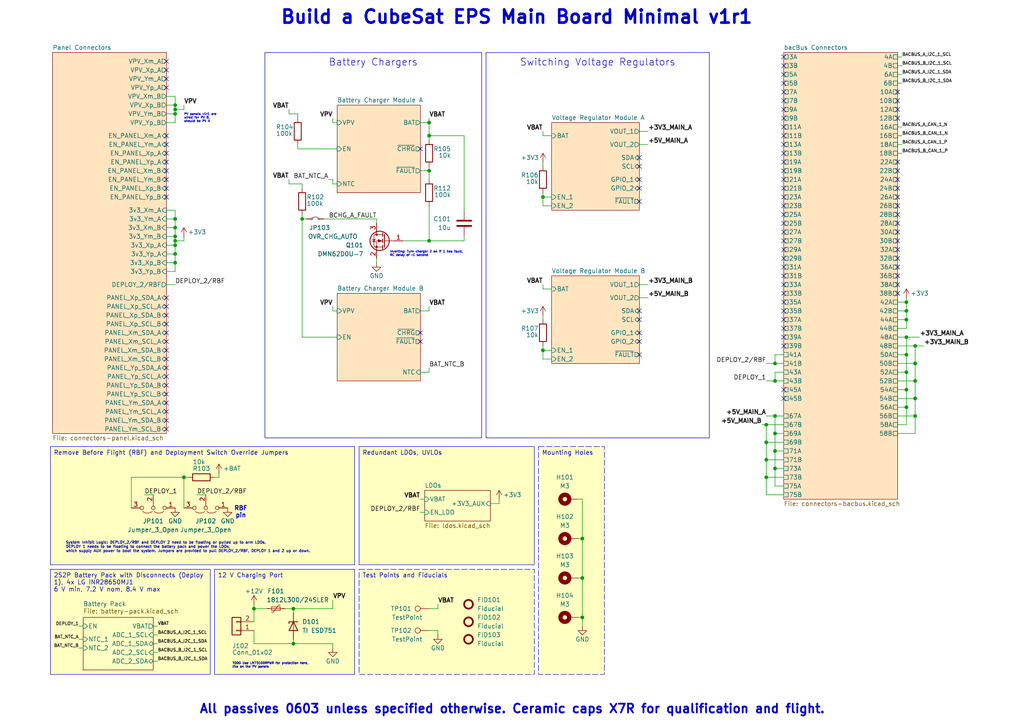
<source format=kicad_sch>
(kicad_sch (version 20231120) (generator "eeschema") (generator_version "8.0")
  (paper "A4")
  (title_block (title "bac EPS Main Board Minimal v1") (date "2025-02-25") (rev "1") (company "Build a CubeSat") (comment 1 "Manuel Imboden") (comment 2 "CC BY-SA 4.0") (comment 3 "https://buildacubesat.space"))
  (lib_symbols
    (symbol "Connector:TestPoint" (pin_numbers hide) (pin_names (offset 0.762) hide)
      (property "Reference" "TP" (at 0 6.858 0))
      (property "Value" "TestPoint" (at 0 5.08 0))
      (symbol "TestPoint_0_1"
        (circle (center 0 3.302) (radius 0.762))
      )
      (symbol "TestPoint_1_1"
        (pin passive line (at 0 0 90) (length 2.54) (name "1") (number "1"))
      )
    )
    (symbol "Connector_Generic:Conn_01x02" (pin_names (offset 1.016) hide)
      (property "Reference" "J" (at 0 2.54 0))
      (property "Value" "Conn_01x02" (at 0 -5.08 0))
      (symbol "Conn_01x02_1_1"
        (rectangle (start -1.27 -2.413) (end 0 -2.667) (stroke (width 0.1524)))
        (rectangle (start -1.27 0.127) (end 0 -0.127) (stroke (width 0.1524)))
        (rectangle (start -1.27 1.27) (end 1.27 -3.81) (stroke (width 0.254)) (fill (type background)))
        (pin passive line (at -5.08 0 0) (length 3.81) (name "Pin_1") (number "1"))
        (pin passive line (at -5.08 -2.54 0) (length 3.81) (name "Pin_2") (number "2"))
      )
    )
    (symbol "Device:C" (pin_numbers hide) (pin_names (offset 0.254))
      (property "Reference" "C" (at 0.635 2.54 0))
      (property "Value" "C" (at 0.635 -2.54 0))
      (symbol "C_0_1"
        (polyline (pts (xy -2.032 -0.762) (xy 2.032 -0.762)) (stroke (width 0.508)))
        (polyline (pts (xy -2.032 0.762) (xy 2.032 0.762)) (stroke (width 0.508)))
      )
      (symbol "C_1_1"
        (pin passive line (at 0 3.81 270) (length 2.794) (name "~") (number "1"))
        (pin passive line (at 0 -3.81 90) (length 2.794) (name "~") (number "2"))
      )
    )
    (symbol "Device:Polyfuse_Small" (pin_numbers hide) (pin_names (offset 0))
      (property "Reference" "F" (at -1.905 0 90))
      (property "Value" "Polyfuse_Small" (at 1.905 0 90))
      (symbol "Polyfuse_Small_0_1"
        (rectangle (start -0.508 1.27) (end 0.508 -1.27))
        (polyline (pts (xy 0 2.54) (xy 0 -2.54)))
        (polyline (pts (xy -1.016 1.27) (xy -1.016 0.762) (xy 1.016 -0.762) (xy 1.016 -1.27)))
      )
      (symbol "Polyfuse_Small_1_1"
        (pin passive line (at 0 2.54 270) (length 0.635) (name "~") (number "1"))
        (pin passive line (at 0 -2.54 90) (length 0.635) (name "~") (number "2"))
      )
    )
    (symbol "Device:R" (pin_numbers hide) (pin_names (offset 0))
      (property "Reference" "R" (at 2.032 0 90))
      (property "Value" "R" (at 0 0 90))
      (symbol "R_0_1"
        (rectangle (start -1.016 -2.54) (end 1.016 2.54) (stroke (width 0.254)))
      )
      (symbol "R_1_1"
        (pin passive line (at 0 3.81 270) (length 1.27) (name "~") (number "1"))
        (pin passive line (at 0 -3.81 90) (length 1.27) (name "~") (number "2"))
      )
    )
    (symbol "Jumper:Jumper_2_Small_Bridged" (pin_numbers hide) (pin_names (offset 0) hide) (exclude_from_sim yes)
      (property "Reference" "JP" (at 0 2.032 0))
      (property "Value" "Jumper_2_Small_Bridged" (at 0 -2.286 0))
      (symbol "Jumper_2_Small_Bridged_0_0"
        (circle (center -1.016 0) (radius 0.254))
        (circle (center 1.016 0) (radius 0.254))
      )
      (symbol "Jumper_2_Small_Bridged_0_1"
        (arc (start 0.762 0.254) (mid 0 0.5696) (end -0.762 0.254))
      )
      (symbol "Jumper_2_Small_Bridged_1_1"
        (pin passive line (at -2.54 0 0) (length 1.27) (name "A") (number "1"))
        (pin passive line (at 2.54 0 180) (length 1.27) (name "B") (number "2"))
      )
    )
    (symbol "Jumper:Jumper_3_Open" (pin_names (offset 0) hide) (exclude_from_sim yes) (in_bom no)
      (property "Reference" "JP" (at -2.54 -2.54 0))
      (property "Value" "Jumper_3_Open" (at 0 2.794 0))
      (symbol "Jumper_3_Open_0_0"
        (circle (center -3.302 0) (radius 0.508))
        (circle (center 0 0) (radius 0.508))
        (circle (center 3.302 0) (radius 0.508))
      )
      (symbol "Jumper_3_Open_0_1"
        (arc (start -0.254 1.016) (mid -1.651 1.4992) (end -3.048 1.016))
        (polyline (pts (xy 0 -0.508) (xy 0 -1.27)))
        (arc (start 3.048 1.016) (mid 1.651 1.4992) (end 0.254 1.016))
      )
      (symbol "Jumper_3_Open_1_1"
        (pin passive line (at -6.35 0 0) (length 2.54) (name "A") (number "1"))
        (pin passive line (at 0 -3.81 90) (length 2.54) (name "C") (number "2"))
        (pin passive line (at 6.35 0 180) (length 2.54) (name "B") (number "3"))
      )
    )
    (symbol "Mechanical:Fiducial" (exclude_from_sim yes) (in_bom no)
      (property "Reference" "FID" (at 0 5.08 0))
      (property "Value" "Fiducial" (at 0 3.175 0))
      (symbol "Fiducial_0_1"
        (circle (center 0 0) (radius 1.27) (stroke (width 0.508)) (fill (type background)))
      )
    )
    (symbol "Mechanical:MountingHole_Pad" (pin_numbers hide) (pin_names (offset 1.016) hide) (exclude_from_sim yes) (in_bom no)
      (property "Reference" "H" (at 0 6.35 0))
      (property "Value" "MountingHole_Pad" (at 0 4.445 0))
      (symbol "MountingHole_Pad_0_1"
        (circle (center 0 1.27) (radius 1.27) (stroke (width 1.27)))
      )
      (symbol "MountingHole_Pad_1_1"
        (pin input line (at 0 -2.54 90) (length 2.54) (name "1") (number "1"))
      )
    )
    (symbol "bac EPS v1:DI DMN62D0U-7" (pin_names hide)
      (property "Reference" "Q" (at 5.08 1.905 0))
      (property "Value" "DMN62D0U-7" (at 5.08 0 0))
      (symbol "DI DMN62D0U-7_0_1"
        (polyline (pts (xy 0.254 0) (xy -2.54 0)))
        (polyline (pts (xy 0.254 1.905) (xy 0.254 -1.905)) (stroke (width 0.254)))
        (polyline (pts (xy 0.762 -1.27) (xy 0.762 -2.286)) (stroke (width 0.254)))
        (polyline (pts (xy 0.762 0.508) (xy 0.762 -0.508)) (stroke (width 0.254)))
        (polyline (pts (xy 0.762 2.286) (xy 0.762 1.27)) (stroke (width 0.254)))
        (polyline (pts (xy 2.54 2.54) (xy 2.54 1.778)))
        (polyline (pts (xy 2.54 -2.54) (xy 2.54 0) (xy 0.762 0)))
        (polyline (pts (xy 0.762 -1.778) (xy 3.302 -1.778) (xy 3.302 1.778) (xy 0.762 1.778)))
        (polyline (pts (xy 1.016 0) (xy 2.032 0.381) (xy 2.032 -0.381) (xy 1.016 0)) (fill (type outline)))
        (polyline (pts (xy 2.794 0.508) (xy 2.921 0.381) (xy 3.683 0.381) (xy 3.81 0.254)))
        (polyline (pts (xy 3.302 0.381) (xy 2.921 -0.254) (xy 3.683 -0.254) (xy 3.302 0.381)))
        (circle (center 1.651 0) (radius 2.794) (stroke (width 0.254)))
        (circle (center 2.54 -1.778) (radius 0.254) (fill (type outline)))
        (circle (center 2.54 1.778) (radius 0.254) (fill (type outline)))
      )
      (symbol "DI DMN62D0U-7_1_1"
        (pin input line (at -5.08 0 0) (length 2.54) (name "G") (number "1"))
        (pin passive line (at 2.54 -5.08 90) (length 2.54) (name "S") (number "2"))
        (pin passive line (at 2.54 5.08 270) (length 2.54) (name "D") (number "3"))
      )
    )
    (symbol "bac MicroMod Main Board v1:TI ESD751" (pin_numbers hide) (pin_names hide)
      (property "Reference" "D" (at 0 2.54 0))
      (property "Value" "TI ESD751" (at 0 -2.54 0))
      (symbol "TI ESD751_0_1"
        (polyline (pts (xy 1.27 0) (xy -1.27 0)))
        (polyline (pts (xy -1.27 -1.27) (xy -1.27 1.27) (xy -0.762 1.27)) (stroke (width 0.254)))
        (polyline (pts (xy 1.27 -1.27) (xy 1.27 1.27) (xy -1.27 0) (xy 1.27 -1.27)) (stroke (width 0.254)))
      )
      (symbol "TI ESD751_1_1"
        (pin passive line (at -3.81 0 0) (length 2.54) (name "K") (number "1"))
        (pin passive line (at 3.81 0 180) (length 2.54) (name "A") (number "2"))
      )
    )
    (symbol "power:+12V" (power) (pin_numbers hide) (pin_names (offset 0) hide)
      (property "Value" "+12V" (at 0 3.556 0))
      (symbol "+12V_0_1"
        (polyline (pts (xy -0.762 1.27) (xy 0 2.54)))
        (polyline (pts (xy 0 0) (xy 0 2.54)))
        (polyline (pts (xy 0 2.54) (xy 0.762 1.27)))
      )
      (symbol "+12V_1_1"
        (pin power_in line (at 0 0 90) (length 0) (name "~") (number "1"))
      )
    )
    (symbol "power:+3V3" (power) (pin_numbers hide) (pin_names (offset 0) hide)
      (property "Value" "+3V3" (at 0 3.556 0))
      (symbol "+3V3_0_1"
        (polyline (pts (xy -0.762 1.27) (xy 0 2.54)))
        (polyline (pts (xy 0 0) (xy 0 2.54)))
        (polyline (pts (xy 0 2.54) (xy 0.762 1.27)))
      )
      (symbol "+3V3_1_1"
        (pin power_in line (at 0 0 90) (length 0) (name "~") (number "1"))
      )
    )
    (symbol "power:+BATT" (power) (pin_numbers hide) (pin_names (offset 0) hide)
      (property "Value" "+BATT" (at 0 3.556 0))
      (symbol "+BATT_0_1"
        (polyline (pts (xy -0.762 1.27) (xy 0 2.54)))
        (polyline (pts (xy 0 0) (xy 0 2.54)))
        (polyline (pts (xy 0 2.54) (xy 0.762 1.27)))
      )
      (symbol "+BATT_1_1"
        (pin power_in line (at 0 0 90) (length 0) (name "~") (number "1"))
      )
    )
    (symbol "power:GND" (power) (pin_numbers hide) (pin_names (offset 0) hide)
      (property "Value" "GND" (at 0 -3.81 0))
      (symbol "GND_0_1"
        (polyline (pts (xy 0 0) (xy 0 -1.27) (xy 1.27 -1.27) (xy 0 -2.54) (xy -1.27 -1.27) (xy 0 -1.27)))
      )
      (symbol "GND_1_1"
        (pin power_in line (at 0 0 270) (length 0) (name "~") (number "1"))
      )
    )
  )
  (junction (at 265.43 110.49))
  (junction (at 224.79 110.49))
  (junction (at 50.8 63.5))
  (junction (at 168.91 179.07))
  (junction (at 224.79 120.65))
  (junction (at 262.89 97.79))
  (junction (at 265.43 120.65))
  (junction (at 224.79 105.41))
  (junction (at 124.46 35.56))
  (junction (at 262.89 118.11))
  (junction (at 50.8 73.66))
  (junction (at 53.34 138.43))
  (junction (at 85.09 176.53))
  (junction (at 262.89 92.71))
  (junction (at 50.8 66.04))
  (junction (at 222.25 133.35))
  (junction (at 262.89 113.03))
  (junction (at 157.48 101.6))
  (junction (at 87.63 63.5))
  (junction (at 224.79 125.73))
  (junction (at 168.91 167.64))
  (junction (at 124.46 49.53))
  (junction (at 50.8 30.48))
  (junction (at 50.8 69.85))
  (junction (at 262.89 107.95))
  (junction (at 262.89 90.17))
  (junction (at 224.79 130.81))
  (junction (at 85.09 186.69))
  (junction (at 50.8 71.12))
  (junction (at 50.8 33.02))
  (junction (at 265.43 100.33))
  (junction (at 50.8 68.58))
  (junction (at 265.43 115.57))
  (junction (at 50.8 76.2))
  (junction (at 124.46 69.85))
  (junction (at 50.8 31.75))
  (junction (at 124.46 39.37))
  (junction (at 262.89 87.63))
  (junction (at 265.43 105.41))
  (junction (at 222.25 123.19))
  (junction (at 262.89 102.87))
  (junction (at 222.25 128.27))
  (junction (at 168.91 156.21))
  (junction (at 73.66 176.53))
  (junction (at 157.48 57.15))
  (junction (at 222.25 138.43))
  (junction (at 224.79 135.89))
  (no_connect (at 227.33 85.09))
  (no_connect (at 185.42 90.17))
  (no_connect (at 227.33 87.63))
  (no_connect (at 260.35 72.39))
  (no_connect (at 260.35 52.07))
  (no_connect (at 227.33 97.79))
  (no_connect (at 260.35 26.67))
  (no_connect (at 227.33 57.15))
  (no_connect (at 260.35 46.99))
  (no_connect (at 48.26 116.84))
  (no_connect (at 48.26 96.52))
  (no_connect (at 48.26 88.9))
  (no_connect (at 227.33 80.01))
  (no_connect (at 48.26 106.68))
  (no_connect (at 227.33 113.03))
  (no_connect (at 48.26 121.92))
  (no_connect (at 48.26 104.14))
  (no_connect (at 227.33 54.61))
  (no_connect (at 260.35 80.01))
  (no_connect (at 185.42 52.07))
  (no_connect (at 227.33 77.47))
  (no_connect (at 260.35 74.93))
  (no_connect (at 121.92 99.06))
  (no_connect (at 260.35 67.31))
  (no_connect (at 121.92 96.52))
  (no_connect (at 48.26 22.86))
  (no_connect (at 48.26 119.38))
  (no_connect (at 227.33 92.71))
  (no_connect (at 260.35 59.69))
  (no_connect (at 260.35 85.09))
  (no_connect (at 48.26 25.4))
  (no_connect (at 48.26 54.61))
  (no_connect (at 48.26 124.46))
  (no_connect (at 227.33 34.29))
  (no_connect (at 260.35 31.75))
  (no_connect (at 48.26 86.36))
  (no_connect (at 48.26 41.91))
  (no_connect (at 48.26 49.53))
  (no_connect (at 185.42 48.26))
  (no_connect (at 48.26 44.45))
  (no_connect (at 260.35 57.15))
  (no_connect (at 260.35 64.77))
  (no_connect (at 227.33 72.39))
  (no_connect (at 260.35 62.23))
  (no_connect (at 48.26 99.06))
  (no_connect (at 227.33 36.83))
  (no_connect (at 227.33 21.59))
  (no_connect (at 48.26 93.98))
  (no_connect (at 260.35 29.21))
  (no_connect (at 227.33 67.31))
  (no_connect (at 260.35 34.29))
  (no_connect (at 185.42 102.87))
  (no_connect (at 227.33 64.77))
  (no_connect (at 185.42 54.61))
  (no_connect (at 48.26 46.99))
  (no_connect (at 48.26 91.44))
  (no_connect (at 227.33 16.51))
  (no_connect (at 227.33 115.57))
  (no_connect (at 227.33 59.69))
  (no_connect (at 227.33 100.33))
  (no_connect (at 227.33 74.93))
  (no_connect (at 227.33 39.37))
  (no_connect (at 260.35 49.53))
  (no_connect (at 48.26 20.32))
  (no_connect (at 227.33 26.67))
  (no_connect (at 227.33 95.25))
  (no_connect (at 185.42 99.06))
  (no_connect (at 227.33 24.13))
  (no_connect (at 185.42 45.72))
  (no_connect (at 227.33 44.45))
  (no_connect (at 227.33 31.75))
  (no_connect (at 185.42 96.52))
  (no_connect (at 227.33 49.53))
  (no_connect (at 227.33 52.07))
  (no_connect (at 48.26 109.22))
  (no_connect (at 48.26 101.6))
  (no_connect (at 227.33 69.85))
  (no_connect (at 227.33 82.55))
  (no_connect (at 227.33 19.05))
  (no_connect (at 48.26 111.76))
  (no_connect (at 227.33 46.99))
  (no_connect (at 260.35 77.47))
  (no_connect (at 227.33 62.23))
  (no_connect (at 121.92 43.18))
  (no_connect (at 260.35 54.61))
  (no_connect (at 48.26 52.07))
  (no_connect (at 227.33 41.91))
  (no_connect (at 185.42 92.71))
  (no_connect (at 48.26 39.37))
  (no_connect (at 227.33 90.17))
  (no_connect (at 185.42 58.42))
  (no_connect (at 260.35 69.85))
  (no_connect (at 48.26 57.15))
  (no_connect (at 227.33 29.21))
  (no_connect (at 260.35 82.55))
  (no_connect (at 48.26 114.3))
  (no_connect (at 48.26 17.78))
  (wire (pts (xy 260.35 87.63) (xy 262.89 87.63)))
  (wire (pts (xy 157.48 39.37) (xy 157.48 38.1)))
  (wire (pts (xy 157.48 100.33) (xy 157.48 101.6)))
  (wire (pts (xy 267.97 100.33) (xy 265.43 100.33)))
  (wire (pts (xy 121.92 49.53) (xy 124.46 49.53)))
  (wire (pts (xy 45.72 181.61) (xy 44.45 181.61)))
  (wire (pts (xy 167.64 167.64) (xy 168.91 167.64)))
  (wire (pts (xy 86.36 34.29) (xy 86.36 33.02)))
  (wire (pts (xy 124.46 107.95) (xy 121.92 107.95)))
  (wire (pts (xy 50.8 68.58) (xy 50.8 69.85)))
  (wire (pts (xy 262.89 90.17) (xy 262.89 92.71)))
  (wire (pts (xy 53.34 138.43) (xy 53.34 147.32)))
  (wire (pts (xy 265.43 110.49) (xy 265.43 115.57)))
  (wire (pts (xy 222.25 120.65) (xy 224.79 120.65)))
  (wire (pts (xy 48.26 30.48) (xy 50.8 30.48)))
  (wire (pts (xy 260.35 90.17) (xy 262.89 90.17)))
  (wire (pts (xy 262.89 97.79) (xy 262.89 102.87)))
  (wire (pts (xy 48.26 63.5) (xy 50.8 63.5)))
  (wire (pts (xy 83.82 33.02) (xy 86.36 33.02)))
  (wire (pts (xy 260.35 39.37) (xy 261.62 39.37)))
  (wire (pts (xy 124.46 34.29) (xy 124.46 35.56)))
  (wire (pts (xy 73.66 176.53) (xy 73.66 180.34)))
  (wire (pts (xy 224.79 135.89) (xy 227.33 135.89)))
  (wire (pts (xy 124.46 48.26) (xy 124.46 49.53)))
  (wire (pts (xy 260.35 24.13) (xy 261.62 24.13)))
  (wire (pts (xy 157.48 57.15) (xy 157.48 59.69)))
  (wire (pts (xy 262.89 87.63) (xy 262.89 90.17)))
  (wire (pts (xy 50.8 76.2) (xy 50.8 78.74)))
  (wire (pts (xy 48.26 66.04) (xy 50.8 66.04)))
  (wire (pts (xy 262.89 118.11) (xy 260.35 118.11)))
  (wire (pts (xy 134.62 69.85) (xy 124.46 69.85)))
  (wire (pts (xy 124.46 59.69) (xy 124.46 69.85)))
  (wire (pts (xy 109.22 74.93) (xy 109.22 76.2)))
  (wire (pts (xy 50.8 31.75) (xy 50.8 33.02)))
  (wire (pts (xy 124.46 39.37) (xy 124.46 40.64)))
  (wire (pts (xy 50.8 71.12) (xy 50.8 73.66)))
  (wire (pts (xy 53.34 69.85) (xy 50.8 69.85)))
  (wire (pts (xy 53.34 30.48) (xy 53.34 31.75)))
  (wire (pts (xy 185.42 82.55) (xy 187.96 82.55)))
  (wire (pts (xy 260.35 97.79) (xy 262.89 97.79)))
  (wire (pts (xy 53.34 31.75) (xy 50.8 31.75)))
  (wire (pts (xy 22.86 185.42) (xy 24.13 185.42)))
  (wire (pts (xy 96.52 88.9) (xy 96.52 90.17)))
  (wire (pts (xy 87.63 63.5) (xy 88.9 63.5)))
  (wire (pts (xy 48.26 71.12) (xy 50.8 71.12)))
  (wire (pts (xy 22.86 187.96) (xy 24.13 187.96)))
  (wire (pts (xy 157.48 46.99) (xy 157.48 48.26)))
  (wire (pts (xy 168.91 179.07) (xy 168.91 181.61)))
  (wire (pts (xy 124.46 35.56) (xy 124.46 39.37)))
  (wire (pts (xy 124.46 88.9) (xy 124.46 90.17)))
  (wire (pts (xy 262.89 95.25) (xy 260.35 95.25)))
  (wire (pts (xy 121.92 144.78) (xy 123.19 144.78)))
  (wire (pts (xy 85.09 186.69) (xy 85.09 185.42)))
  (wire (pts (xy 222.25 143.51) (xy 227.33 143.51)))
  (wire (pts (xy 224.79 125.73) (xy 227.33 125.73)))
  (wire (pts (xy 265.43 115.57) (xy 260.35 115.57)))
  (wire (pts (xy 124.46 182.88) (xy 127 182.88)))
  (wire (pts (xy 222.25 123.19) (xy 222.25 128.27)))
  (wire (pts (xy 44.45 186.69) (xy 45.72 186.69)))
  (wire (pts (xy 134.62 39.37) (xy 124.46 39.37)))
  (wire (pts (xy 222.25 138.43) (xy 227.33 138.43)))
  (wire (pts (xy 109.22 64.77) (xy 109.22 63.5)))
  (wire (pts (xy 185.42 41.91) (xy 187.96 41.91)))
  (wire (pts (xy 222.25 133.35) (xy 222.25 138.43)))
  (wire (pts (xy 96.52 186.69) (xy 96.52 187.96)))
  (wire (pts (xy 168.91 167.64) (xy 168.91 179.07)))
  (wire (pts (xy 157.48 104.14) (xy 160.02 104.14)))
  (wire (pts (xy 260.35 41.91) (xy 261.62 41.91)))
  (wire (pts (xy 265.43 105.41) (xy 265.43 110.49)))
  (wire (pts (xy 96.52 90.17) (xy 97.79 90.17)))
  (wire (pts (xy 50.8 27.94) (xy 50.8 30.48)))
  (wire (pts (xy 38.1 138.43) (xy 53.34 138.43)))
  (wire (pts (xy 224.79 105.41) (xy 227.33 105.41)))
  (wire (pts (xy 96.52 173.99) (xy 96.52 176.53)))
  (wire (pts (xy 185.42 86.36) (xy 187.96 86.36)))
  (wire (pts (xy 168.91 156.21) (xy 168.91 167.64)))
  (wire (pts (xy 224.79 125.73) (xy 224.79 130.81)))
  (wire (pts (xy 157.48 39.37) (xy 160.02 39.37)))
  (wire (pts (xy 50.8 66.04) (xy 50.8 68.58)))
  (wire (pts (xy 260.35 92.71) (xy 262.89 92.71)))
  (wire (pts (xy 50.8 69.85) (xy 50.8 71.12)))
  (wire (pts (xy 265.43 115.57) (xy 265.43 120.65)))
  (wire (pts (xy 86.36 43.18) (xy 97.79 43.18)))
  (wire (pts (xy 63.5 138.43) (xy 62.23 138.43)))
  (wire (pts (xy 224.79 102.87) (xy 224.79 105.41)))
  (wire (pts (xy 224.79 140.97) (xy 227.33 140.97)))
  (wire (pts (xy 41.91 143.51) (xy 44.45 143.51)))
  (wire (pts (xy 48.26 73.66) (xy 50.8 73.66)))
  (wire (pts (xy 50.8 60.96) (xy 50.8 63.5)))
  (wire (pts (xy 48.26 60.96) (xy 50.8 60.96)))
  (wire (pts (xy 48.26 76.2) (xy 50.8 76.2)))
  (wire (pts (xy 222.25 110.49) (xy 224.79 110.49)))
  (wire (pts (xy 157.48 101.6) (xy 157.48 104.14)))
  (wire (pts (xy 142.24 146.05) (xy 144.78 146.05)))
  (wire (pts (xy 157.48 83.82) (xy 160.02 83.82)))
  (wire (pts (xy 157.48 101.6) (xy 160.02 101.6)))
  (wire (pts (xy 262.89 123.19) (xy 260.35 123.19)))
  (wire (pts (xy 96.52 52.07) (xy 96.52 53.34)))
  (wire (pts (xy 124.46 90.17) (xy 121.92 90.17)))
  (wire (pts (xy 227.33 107.95) (xy 224.79 107.95)))
  (wire (pts (xy 48.26 68.58) (xy 50.8 68.58)))
  (wire (pts (xy 262.89 118.11) (xy 262.89 123.19)))
  (wire (pts (xy 48.26 33.02) (xy 50.8 33.02)))
  (wire (pts (xy 87.63 54.61) (xy 87.63 53.34)))
  (wire (pts (xy 167.64 156.21) (xy 168.91 156.21)))
  (wire (pts (xy 157.48 55.88) (xy 157.48 57.15)))
  (wire (pts (xy 44.45 191.77) (xy 45.72 191.77)))
  (wire (pts (xy 96.52 35.56) (xy 97.79 35.56)))
  (wire (pts (xy 54.61 138.43) (xy 53.34 138.43)))
  (wire (pts (xy 260.35 44.45) (xy 261.62 44.45)))
  (wire (pts (xy 260.35 36.83) (xy 261.62 36.83)))
  (wire (pts (xy 73.66 186.69) (xy 85.09 186.69)))
  (wire (pts (xy 227.33 120.65) (xy 224.79 120.65)))
  (wire (pts (xy 260.35 19.05) (xy 261.62 19.05)))
  (wire (pts (xy 83.82 31.75) (xy 83.82 33.02)))
  (wire (pts (xy 262.89 113.03) (xy 260.35 113.03)))
  (wire (pts (xy 260.35 21.59) (xy 261.62 21.59)))
  (wire (pts (xy 85.09 176.53) (xy 85.09 177.8)))
  (wire (pts (xy 222.25 128.27) (xy 222.25 133.35)))
  (wire (pts (xy 134.62 68.58) (xy 134.62 69.85)))
  (wire (pts (xy 265.43 100.33) (xy 260.35 100.33)))
  (wire (pts (xy 73.66 182.88) (xy 73.66 186.69)))
  (wire (pts (xy 265.43 105.41) (xy 260.35 105.41)))
  (wire (pts (xy 144.78 146.05) (xy 144.78 144.78)))
  (wire (pts (xy 224.79 110.49) (xy 227.33 110.49)))
  (wire (pts (xy 262.89 107.95) (xy 260.35 107.95)))
  (wire (pts (xy 127 182.88) (xy 127 184.15)))
  (wire (pts (xy 157.48 83.82) (xy 157.48 82.55)))
  (wire (pts (xy 222.25 138.43) (xy 222.25 143.51)))
  (wire (pts (xy 262.89 102.87) (xy 262.89 107.95)))
  (wire (pts (xy 167.64 179.07) (xy 168.91 179.07)))
  (wire (pts (xy 85.09 186.69) (xy 96.52 186.69)))
  (wire (pts (xy 220.98 123.19) (xy 222.25 123.19)))
  (wire (pts (xy 44.45 189.23) (xy 45.72 189.23)))
  (wire (pts (xy 44.45 184.15) (xy 45.72 184.15)))
  (wire (pts (xy 134.62 39.37) (xy 134.62 60.96)))
  (wire (pts (xy 167.64 144.78) (xy 168.91 144.78)))
  (wire (pts (xy 127 176.53) (xy 124.46 176.53)))
  (wire (pts (xy 185.42 38.1) (xy 187.96 38.1)))
  (wire (pts (xy 48.26 82.55) (xy 50.8 82.55)))
  (wire (pts (xy 87.63 63.5) (xy 87.63 97.79)))
  (wire (pts (xy 22.86 181.61) (xy 24.13 181.61)))
  (wire (pts (xy 262.89 92.71) (xy 262.89 95.25)))
  (wire (pts (xy 127 175.26) (xy 127 176.53)))
  (wire (pts (xy 222.25 105.41) (xy 224.79 105.41)))
  (wire (pts (xy 38.1 138.43) (xy 38.1 147.32)))
  (wire (pts (xy 222.25 123.19) (xy 227.33 123.19)))
  (wire (pts (xy 265.43 125.73) (xy 260.35 125.73)))
  (wire (pts (xy 124.46 69.85) (xy 116.84 69.85)))
  (wire (pts (xy 265.43 110.49) (xy 260.35 110.49)))
  (wire (pts (xy 262.89 102.87) (xy 260.35 102.87)))
  (wire (pts (xy 50.8 73.66) (xy 50.8 76.2)))
  (wire (pts (xy 57.15 143.51) (xy 59.69 143.51)))
  (wire (pts (xy 95.25 52.07) (xy 96.52 52.07)))
  (wire (pts (xy 93.98 63.5) (xy 109.22 63.5)))
  (wire (pts (xy 224.79 135.89) (xy 224.79 140.97)))
  (wire (pts (xy 124.46 35.56) (xy 121.92 35.56)))
  (wire (pts (xy 50.8 30.48) (xy 50.8 31.75)))
  (wire (pts (xy 262.89 107.95) (xy 262.89 113.03)))
  (wire (pts (xy 265.43 100.33) (xy 265.43 105.41)))
  (wire (pts (xy 157.48 91.44) (xy 157.48 92.71)))
  (wire (pts (xy 48.26 27.94) (xy 50.8 27.94)))
  (wire (pts (xy 124.46 49.53) (xy 124.46 52.07)))
  (wire (pts (xy 87.63 62.23) (xy 87.63 63.5)))
  (wire (pts (xy 227.33 102.87) (xy 224.79 102.87)))
  (wire (pts (xy 157.48 57.15) (xy 160.02 57.15)))
  (wire (pts (xy 265.43 120.65) (xy 260.35 120.65)))
  (wire (pts (xy 50.8 63.5) (xy 50.8 66.04)))
  (wire (pts (xy 222.25 133.35) (xy 227.33 133.35)))
  (wire (pts (xy 50.8 33.02) (xy 50.8 35.56)))
  (wire (pts (xy 86.36 41.91) (xy 86.36 43.18)))
  (wire (pts (xy 124.46 106.68) (xy 124.46 107.95)))
  (wire (pts (xy 168.91 144.78) (xy 168.91 156.21)))
  (wire (pts (xy 83.82 53.34) (xy 87.63 53.34)))
  (wire (pts (xy 85.09 176.53) (xy 96.52 176.53)))
  (wire (pts (xy 224.79 120.65) (xy 224.79 125.73)))
  (wire (pts (xy 73.66 175.26) (xy 73.66 176.53)))
  (wire (pts (xy 262.89 86.36) (xy 262.89 87.63)))
  (wire (pts (xy 83.82 52.07) (xy 83.82 53.34)))
  (wire (pts (xy 63.5 137.16) (xy 63.5 138.43)))
  (wire (pts (xy 48.26 78.74) (xy 50.8 78.74)))
  (wire (pts (xy 224.79 107.95) (xy 224.79 110.49)))
  (wire (pts (xy 224.79 130.81) (xy 227.33 130.81)))
  (wire (pts (xy 82.55 176.53) (xy 85.09 176.53)))
  (wire (pts (xy 260.35 16.51) (xy 261.62 16.51)))
  (wire (pts (xy 50.8 35.56) (xy 48.26 35.56)))
  (wire (pts (xy 96.52 35.56) (xy 96.52 34.29)))
  (wire (pts (xy 222.25 128.27) (xy 227.33 128.27)))
  (wire (pts (xy 87.63 97.79) (xy 97.79 97.79)))
  (wire (pts (xy 73.66 176.53) (xy 77.47 176.53)))
  (wire (pts (xy 96.52 53.34) (xy 97.79 53.34)))
  (wire (pts (xy 157.48 59.69) (xy 160.02 59.69)))
  (wire (pts (xy 224.79 130.81) (xy 224.79 135.89)))
  (wire (pts (xy 265.43 120.65) (xy 265.43 125.73)))
  (wire (pts (xy 262.89 113.03) (xy 262.89 118.11)))
  (wire (pts (xy 53.34 69.85) (xy 53.34 68.58)))
  (wire (pts (xy 266.7 97.79) (xy 262.89 97.79)))
  (wire (pts (xy 121.92 148.59) (xy 123.19 148.59)))
  (text_box "2S2P Battery Pack with Disconnects (Deploy 1), 4x LG INR28650MJ1\n6 V min, 7.2 V nom, 8.4 V max" (at 14.605 165.1 0) (size 46.355 30.48) (fill (type color) (color 255 255 194 1)) (effects (font (size 1.27 1.27)) (justify left top)))
  (text_box "Switching Voltage Regulators" (at 140.97 15.24 0) (size 64.77 111.76) (effects (font (size 2.032 2.032)) (justify top)))
  (text_box "Mounting Holes" (at 156.21 129.54 0) (size 19.05 66.04) (stroke (width 0) (type dash)) (fill (type color) (color 255 255 194 1)) (effects (font (size 1.27 1.27)) (justify left top)))
  (text_box "Redundant LDOs, UVLOs" (at 104.14 129.54 0) (size 50.8 34.29) (fill (type color) (color 255 255 194 1)) (effects (font (size 1.27 1.27)) (justify left top)))
  (text_box "Test Points and Fiducials" (at 104.14 165.1 0) (size 50.8 30.48) (stroke (width 0) (type dash)) (fill (type color) (color 255 255 194 1)) (effects (font (size 1.27 1.27)) (justify left top)))
  (text_box "12 V Charging Port" (at 62.23 165.1 0) (size 40.64 30.48) (fill (type color) (color 255 255 194 1)) (effects (font (size 1.27 1.27)) (justify left top)))
  (text_box "Battery Chargers" (at 76.835 15.24 0) (size 62.865 111.76) (effects (font (size 2.032 2.032)) (justify top)))
  (text_box "Remove Before Flight (RBF) and Deployment Switch Override Jumpers" (at 14.605 129.54 0) (size 88.265 34.29) (fill (type color) (color 255 255 194 1)) (effects (font (size 1.27 1.27)) (justify left top)))
  (text "All passives 0603 unless specified otherwise. Ceramic caps X7R for qualification and flight." (at 148.59 205.74 0) (effects (font (size 2.54 2.54) (bold yes))))
  (text "Build a CubeSat EPS Main Board Minimal v1r${REVISION}" (at 149.86 5.08 0) (effects (font (size 3.81 3.81) (bold yes))))
  (text "PV panels v1r1 are\nwired for PV B,\nshould be PV A" (at 53.34 34.29 0) (effects (font (size 0.635 0.635)) (justify left)))
  (text "System Inhibit Logic: DEPLOY_2/RBF and DEPLOY 2 need to be floating or pulled up to arm LDOs,\nDEPLOY 1 needs to be floating to connect the battery pack and power the LDOs,\nwhich supply AUX power to boot the system. Jumpers are provided to pull DEPLOY_2/RBF, DEPLOY 1 and 2 up or down." (at 19.05 158.75 0) (effects (font (size 0.762 0.762)) (justify left)))
  (text "Inverting: Turn charger 2 on if 1 has fault,\nRC delay of ~1 second" (at 113.03 73.66 0) (effects (font (size 0.635 0.635)) (justify left)))
  (text "TODO Use LM73100RPWR for protection here,\nlike on the PV panels" (at 67.31 193.04 0) (effects (font (size 0.635 0.635)) (justify left)))
  (text "RBF\npin" (at 69.85 148.59 0) (effects (font (size 1.27 1.27) (thickness 0.254) (bold yes))))
  (label "VPV" (at 96.52 88.9 180) (effects (font (bold yes))))
  (label "BAT_NTC_A" (at 95.25 52.07 180))
  (label "BACBUS_A_CAN_1_P" (at 261.62 41.91 0) (effects (font (size 0.889 0.889))))
  (label "VBAT" (at 45.72 181.61 0) (effects (font (size 0.889 0.889) (bold yes))))
  (label "BACBUS_A_I2C_1_SDA" (at 261.62 21.59 0) (effects (font (size 0.889 0.889))))
  (label "DEPLOY_1" (at 22.86 181.61 180) (effects (font (size 0.889 0.889))))
  (label "BAT_NTC_B" (at 124.46 106.68 0))
  (label "BAT_NTC_A" (at 22.86 185.42 180) (effects (font (size 0.889 0.889))))
  (label "DEPLOY_1" (at 41.91 143.51 0))
  (label "BACBUS_B_I2C_1_SDA" (at 261.62 24.13 0) (effects (font (size 0.889 0.889))))
  (label "VBAT" (at 83.82 31.75 180) (effects (font (bold yes))))
  (label "VBAT" (at 124.46 34.29 0) (effects (font (bold yes))))
  (label "BACBUS_A_I2C_1_SDA" (at 45.72 186.69 0) (effects (font (size 0.889 0.889))))
  (label "VBAT" (at 83.82 52.07 180) (effects (font (bold yes))))
  (label "VBAT" (at 157.48 82.55 180) (effects (font (bold yes))))
  (label "VBAT" (at 121.92 144.78 180) (effects (font (bold yes))))
  (label "DEPLOY_2{slash}RBF" (at 50.8 82.55 0))
  (label "BACBUS_B_I2C_1_SDA" (at 45.72 191.77 0) (effects (font (size 0.889 0.889))))
  (label "VBAT" (at 127 175.26 0) (effects (font (bold yes))))
  (label "VPV" (at 53.34 30.48 0) (effects (font (bold yes))))
  (label "+5V_MAIN_A" (at 222.25 120.65 180) (effects (font (bold yes))))
  (label "VBAT" (at 157.48 38.1 180) (effects (font (bold yes))))
  (label "+5V_MAIN_B" (at 220.98 123.19 180) (effects (font (bold yes))))
  (label "BACBUS_A_I2C_1_SCL" (at 261.62 16.51 0) (effects (font (size 0.889 0.889))))
  (label "+5V_MAIN_B" (at 187.96 86.36 0) (effects (font (bold yes))))
  (label "+3V3_MAIN_B" (at 187.96 82.55 0) (effects (font (bold yes))))
  (label "+5V_MAIN_A" (at 187.96 41.91 0) (effects (font (bold yes))))
  (label "BACBUS_B_CAN_1_N" (at 261.62 39.37 0) (effects (font (size 0.889 0.889))))
  (label "VPV" (at 96.52 34.29 180) (effects (font (bold yes))))
  (label "DEPLOY_1" (at 222.25 110.49 180))
  (label "BACBUS_B_I2C_1_SCL" (at 261.62 19.05 0) (effects (font (size 0.889 0.889))))
  (label "BACBUS_B_I2C_1_SCL" (at 45.72 189.23 0) (effects (font (size 0.889 0.889))))
  (label "VPV" (at 96.52 173.99 0) (effects (font (bold yes))))
  (label "BACBUS_A_I2C_1_SCL" (at 45.72 184.15 0) (effects (font (size 0.889 0.889))))
  (label "DEPLOY_2{slash}RBF" (at 57.15 143.51 0))
  (label "+3V3_MAIN_A" (at 187.96 38.1 0) (effects (font (bold yes))))
  (label "DEPLOY_2{slash}RBF" (at 222.25 105.41 180))
  (label "+3V3_MAIN_B" (at 267.97 100.33 0) (effects (font (bold yes))))
  (label "BCHG_A_FAULT" (at 109.22 63.5 180))
  (label "BACBUS_B_CAN_1_P" (at 261.62 44.45 0) (effects (font (size 0.889 0.889))))
  (label "BAT_NTC_B" (at 22.86 187.96 180) (effects (font (size 0.889 0.889))))
  (label "VBAT" (at 124.46 88.9 0) (effects (font (bold yes))))
  (label "+3V3_MAIN_A" (at 266.7 97.79 0) (effects (font (bold yes))))
  (label "BACBUS_A_CAN_1_N" (at 261.62 36.83 0) (effects (font (size 0.889 0.889))))
  (label "DEPLOY_2{slash}RBF" (at 121.92 148.59 180))
  (symbol (lib_id "Mechanical:MountingHole_Pad") (at 165.1 167.64 90) (unit 1) (exclude_from_sim yes) (in_bom no)
    (property "Reference" "H103" (at 163.83 161.29 90))
    (property "Value" "M3" (at 163.83 163.83 90))
    (property "Footprint" "MountingHole:MountingHole_3.2mm_M3_ISO14580_Pad_TopOnly" (effects (hide yes)))
    (property "Description" "Mounting Hole with connection" (effects (hide yes)))
  )
  (symbol (lib_id "power:+3V3") (at 157.48 46.99 0) (unit 1)
    (property "Reference" "#PWR0104" (effects (hide yes)))
    (property "Value" "+3V3" (at 153.67 45.72 0))
    (property "Description" "Power symbol creates a global label with name \"+3V3\"" (effects (hide yes)))
  )
  (symbol (lib_id "power:+12V") (at 73.66 175.26 0) (unit 1)
    (property "Reference" "#PWR0107" (effects (hide yes)))
    (property "Value" "+12V" (at 73.66 171.45 0))
    (property "Description" "Power symbol creates a global label with name \"+12V\"" (effects (hide yes)))
  )
  (symbol (lib_id "power:GND") (at 127 184.15 0) (unit 1)
    (property "Reference" "#PWR0112" (effects (hide yes)))
    (property "Value" "GND" (at 127 187.96 0))
    (property "Description" "Power symbol creates a global label with name \"GND\" , ground" (effects (hide yes)))
  )
  (symbol (lib_id "power:GND") (at 109.22 76.2 0) (mirror y) (unit 1)
    (property "Reference" "#PWR0111" (effects (hide yes)))
    (property "Value" "GND" (at 109.22 80.01 0))
    (property "Description" "Power symbol creates a global label with name \"GND\" , ground" (effects (hide yes)))
  )
  (symbol (lib_id "Mechanical:Fiducial") (at 135.89 180.34 0) (unit 1) (exclude_from_sim yes) (in_bom no)
    (property "Reference" "FID102" (at 138.43 179.0699 0) (effects (justify left)))
    (property "Value" "Fiducial" (at 138.43 181.6099 0) (effects (justify left)))
    (property "Footprint" "Fiducial:Fiducial_1mm_Mask2mm" (effects (hide yes)))
    (property "Description" "Fiducial Marker" (effects (hide yes)))
  )
  (symbol (lib_id "Connector_Generic:Conn_01x02") (at 68.58 182.88 180) (unit 1)
    (property "Reference" "J102" (at 67.31 187.325 0) (effects (justify right)))
    (property "Value" "Conn_01x02" (at 67.31 189.23 0) (effects (justify right)))
    (property "Footprint" "Connector_PinSocket_2.54mm:PinSocket_1x02_P2.54mm_Vertical" (effects (hide yes)))
    (property "Description" "Generic connector, single row, 01x02, script generated (kicad-library-utils/schlib/autogen/connector/)" (effects (hide yes)))
  )
  (symbol (lib_id "Device:R") (at 58.42 138.43 270) (unit 1)
    (property "Reference" "R103" (at 55.88 135.89 90) (effects (justify left)))
    (property "Value" "10k" (at 55.88 133.985 90) (effects (justify left)))
    (property "Footprint" "bac EPS v1:bac-R-0603-10k" (effects (hide yes)))
    (property "Description" "Resistor" (effects (hide yes)))
    (property "Package" "0603" (effects (hide yes)))
    (property "Tolerance" "5%" (effects (hide yes)))
    (property "Series" "E24" (effects (hide yes)))
  )
  (symbol (lib_id "Device:Polyfuse_Small") (at 80.01 176.53 270) (unit 1)
    (property "Reference" "F101" (at 80.01 171.45 90))
    (property "Value" "1812L300/24SLER" (at 86.36 173.99 90))
    (property "Footprint" "Fuse:Fuse_1812_4532Metric" (effects (hide yes)))
    (property "Description" "Resettable fuse, polymeric positive temperature coefficient, small symbol" (effects (hide yes)))
  )
  (symbol (lib_id "Mechanical:MountingHole_Pad") (at 165.1 156.21 90) (unit 1) (exclude_from_sim yes) (in_bom no)
    (property "Reference" "H102" (at 163.83 149.86 90))
    (property "Value" "M3" (at 163.83 152.4 90))
    (property "Footprint" "MountingHole:MountingHole_3.2mm_M3_ISO14580_Pad_TopOnly" (effects (hide yes)))
    (property "Description" "Mounting Hole with connection" (effects (hide yes)))
  )
  (symbol (lib_id "Device:R") (at 86.36 38.1 0) (unit 1)
    (property "Reference" "R104" (at 80.01 36.83 0) (effects (justify left)))
    (property "Value" "100k" (at 80.01 38.735 0) (effects (justify left)))
    (property "Footprint" "bac EPS v1:bac-R-0603-100k" (effects (hide yes)))
    (property "Description" "Resistor" (effects (hide yes)))
    (property "Package" "0603" (effects (hide yes)))
    (property "Tolerance" "10%" (effects (hide yes)))
    (property "Series" "E12" (effects (hide yes)))
  )
  (symbol (lib_id "power:+3V3") (at 53.34 68.58 0) (mirror y) (unit 1)
    (property "Reference" "#PWR0103" (effects (hide yes)))
    (property "Value" "+3V3" (at 57.15 67.31 0))
    (property "Description" "Power symbol creates a global label with name \"+3V3\"" (effects (hide yes)))
  )
  (symbol (lib_id "power:+3V3") (at 144.78 144.78 0) (mirror y) (unit 1)
    (property "Reference" "#PWR0114" (effects (hide yes)))
    (property "Value" "+3V3" (at 148.59 143.51 0))
    (property "Description" "Power symbol creates a global label with name \"+3V3\"" (effects (hide yes)))
  )
  (symbol (lib_id "power:+BATT") (at 63.5 137.16 0) (unit 1)
    (property "Reference" "#PWR0105" (effects (hide yes)))
    (property "Value" "+BAT" (at 67.31 135.89 0))
    (property "Description" "Power symbol creates a global label with name \"+BAT\"" (effects (hide yes)))
  )
  (symbol (lib_id "Jumper:Jumper_2_Small_Bridged") (at 91.44 63.5 0) (unit 1) (exclude_from_sim yes)
    (property "Reference" "JP103" (at 92.71 66.04 0))
    (property "Value" "OVR_CHG_AUTO" (at 96.52 68.58 0))
    (property "Footprint" "bac EPS v1:bac-CombinedJumper-2_P2.54mm_Open_THT" (effects (hide yes)))
    (property "Description" "Jumper, 2-pole, small symbol, bridged" (effects (hide yes)))
  )
  (symbol (lib_id "Device:R") (at 157.48 96.52 0) (unit 1)
    (property "Reference" "R107" (at 156.21 95.25 0) (effects (justify right)))
    (property "Value" "10k" (at 156.21 97.155 0) (effects (justify right)))
    (property "Footprint" "bac EPS v1:bac-R-0603-10k" (effects (hide yes)))
    (property "Description" "Resistor" (effects (hide yes)))
    (property "Package" "0603" (effects (hide yes)))
    (property "Tolerance" "10%" (effects (hide yes)))
    (property "Series" "E12" (effects (hide yes)))
  )
  (symbol (lib_id "Device:R") (at 124.46 55.88 0) (mirror y) (unit 1)
    (property "Reference" "R112" (at 130.81 54.61 0) (effects (justify left)))
    (property "Value" "100k" (at 130.81 56.515 0) (effects (justify left)))
    (property "Footprint" "bac EPS v1:bac-R-0603-100k" (effects (hide yes)))
    (property "Description" "Resistor" (effects (hide yes)))
    (property "Package" "0603" (effects (hide yes)))
    (property "Tolerance" "10%" (effects (hide yes)))
    (property "Series" "E12" (effects (hide yes)))
  )
  (symbol (lib_id "Device:R") (at 87.63 58.42 0) (mirror y) (unit 1)
    (property "Reference" "R102" (at 88.9 57.15 0) (effects (justify right)))
    (property "Value" "100k" (at 88.9 59.055 0) (effects (justify right)))
    (property "Footprint" "bac EPS v1:bac-R-0603-100k" (effects (hide yes)))
    (property "Description" "Resistor" (effects (hide yes)))
    (property "Package" "0603" (effects (hide yes)))
    (property "Tolerance" "10%" (effects (hide yes)))
    (property "Series" "E12" (effects (hide yes)))
  )
  (symbol (lib_id "Jumper:Jumper_3_Open") (at 59.69 147.32 180) (unit 1) (exclude_from_sim yes) (in_bom no)
    (property "Reference" "JP102" (at 59.69 151.13 0))
    (property "Value" "Jumper_3_Open" (at 59.69 153.67 0))
    (property "Footprint" "Connector_PinHeader_2.54mm:PinHeader_1x03_P2.54mm_Vertical" (effects (hide yes)))
    (property "Description" "Jumper, 3-pole, both open" (effects (hide yes)))
  )
  (symbol (lib_id "Jumper:Jumper_3_Open") (at 44.45 147.32 180) (unit 1) (exclude_from_sim yes) (in_bom no)
    (property "Reference" "JP101" (at 44.45 151.13 0))
    (property "Value" "Jumper_3_Open" (at 44.45 153.67 0))
    (property "Footprint" "Connector_PinHeader_2.54mm:PinHeader_1x03_P2.54mm_Vertical" (effects (hide yes)))
    (property "Description" "Jumper, 3-pole, both open" (effects (hide yes)))
  )
  (symbol (lib_id "Device:C") (at 134.62 64.77 0) (mirror y) (unit 1)
    (property "Reference" "C101" (at 130.81 63.4999 0) (effects (justify left)))
    (property "Value" "10u" (at 130.81 66.0399 0) (effects (justify left)))
    (property "Footprint" "bac EPS v1:bac-C-0805-10u" (effects (hide yes)))
    (property "Description" "Unpolarized capacitor" (effects (hide yes)))
  )
  (symbol (lib_id "Device:R") (at 124.46 44.45 0) (mirror y) (unit 1)
    (property "Reference" "R105" (at 130.81 43.18 0) (effects (justify left)))
    (property "Value" "10k" (at 130.81 45.085 0) (effects (justify left)))
    (property "Footprint" "bac EPS v1:bac-R-0603-10k" (effects (hide yes)))
    (property "Description" "Resistor" (effects (hide yes)))
    (property "Package" "0603" (effects (hide yes)))
    (property "Tolerance" "10%" (effects (hide yes)))
    (property "Series" "E12" (effects (hide yes)))
  )
  (symbol (lib_id "Mechanical:MountingHole_Pad") (at 165.1 144.78 90) (unit 1) (exclude_from_sim yes) (in_bom no)
    (property "Reference" "H101" (at 163.83 138.43 90))
    (property "Value" "M3" (at 163.83 140.97 90))
    (property "Footprint" "MountingHole:MountingHole_3.2mm_M3_ISO14580_Pad_TopOnly" (effects (hide yes)))
    (property "Description" "Mounting Hole with connection" (effects (hide yes)))
  )
  (symbol (lib_id "power:GND") (at 50.8 147.32 0) (unit 1)
    (property "Reference" "#PWR0102" (effects (hide yes)))
    (property "Value" "GND" (at 50.8 151.13 0))
    (property "Description" "Power symbol creates a global label with name \"GND\" , ground" (effects (hide yes)))
  )
  (symbol (lib_id "Connector:TestPoint") (at 124.46 182.88 90) (unit 1)
    (property "Reference" "TP102" (at 119.38 182.88 90) (effects (justify left)))
    (property "Value" "TestPoint" (at 122.555 185.42 90) (effects (justify left)))
    (property "Footprint" "TestPoint:TestPoint_Pad_D1.0mm" (effects (hide yes)))
    (property "Description" "test point" (effects (hide yes)))
  )
  (symbol (lib_id "power:GND") (at 66.04 147.32 0) (unit 1)
    (property "Reference" "#PWR0106" (effects (hide yes)))
    (property "Value" "GND" (at 66.04 151.13 0))
    (property "Description" "Power symbol creates a global label with name \"GND\" , ground" (effects (hide yes)))
  )
  (symbol (lib_id "bac MicroMod Main Board v1:TI ESD751") (at 85.09 181.61 90) (mirror x) (unit 1)
    (property "Reference" "D101" (at 87.63 180.34 90) (effects (justify right)))
    (property "Value" "TI ESD751" (at 87.63 182.88 90) (effects (justify right)))
    (property "Footprint" "Diode_SMD:D_0603_1608Metric" (effects (hide yes)))
    (property "Datasheet" "https://www.ti.com/lit/ds/symlink/esd751.pdf" (effects (hide yes)))
    (property "Description" "36.5V (Typ) Clamp 2.8A (8/20µs) Ipp Tvs Diode Surface Mount SOT-5X3" (effects (hide yes)))
  )
  (symbol (lib_id "power:+3V3") (at 262.89 86.36 0) (mirror y) (unit 1)
    (property "Reference" "#PWR0108" (effects (hide yes)))
    (property "Value" "+3V3" (at 266.7 85.09 0))
    (property "Description" "Power symbol creates a global label with name \"+3V3\"" (effects (hide yes)))
  )
  (symbol (lib_id "power:GND") (at 168.91 181.61 0) (unit 1)
    (property "Reference" "#PWR0117" (effects (hide yes)))
    (property "Value" "GND" (at 168.91 185.42 0))
    (property "Description" "Power symbol creates a global label with name \"GND\" , ground" (effects (hide yes)))
  )
  (symbol (lib_id "bac EPS v1:DI DMN62D0U-7") (at 111.76 69.85 0) (mirror y) (unit 1)
    (property "Reference" "Q101" (at 105.41 71.12 0) (effects (justify left)))
    (property "Value" "DMN62D0U-7" (at 105.41 73.66 0) (effects (justify left)))
    (property "Footprint" "Package_TO_SOT_SMD:SOT-23" (effects (hide yes)))
    (property "Datasheet" "https://www.diodes.com/assets/Datasheets/DMN62D0U.pdf" (effects (hide yes)))
    (property "Description" "N-Channel 60 V 380mA (Ta) 380mW (Ta) Surface Mount SOT-23-3" (effects (hide yes)))
  )
  (symbol (lib_id "power:GND") (at 96.52 187.96 0) (unit 1)
    (property "Reference" "#PWR0109" (effects (hide yes)))
    (property "Value" "GND" (at 96.52 191.77 0))
    (property "Description" "Power symbol creates a global label with name \"GND\" , ground" (effects (hide yes)))
  )
  (symbol (lib_id "Connector:TestPoint") (at 124.46 176.53 90) (unit 1)
    (property "Reference" "TP101" (at 119.38 176.53 90) (effects (justify left)))
    (property "Value" "TestPoint" (at 122.555 179.07 90) (effects (justify left)))
    (property "Footprint" "TestPoint:TestPoint_Pad_D1.0mm" (effects (hide yes)))
    (property "Description" "test point" (effects (hide yes)))
  )
  (symbol (lib_id "Mechanical:Fiducial") (at 135.89 185.42 0) (unit 1) (exclude_from_sim yes) (in_bom no)
    (property "Reference" "FID103" (at 138.43 184.15 0) (effects (justify left)))
    (property "Value" "Fiducial" (at 138.43 186.69 0) (effects (justify left)))
    (property "Footprint" "Fiducial:Fiducial_1mm_Mask2mm" (effects (hide yes)))
    (property "Description" "Fiducial Marker" (effects (hide yes)))
  )
  (symbol (lib_id "Mechanical:Fiducial") (at 135.89 175.26 0) (unit 1) (exclude_from_sim yes) (in_bom no)
    (property "Reference" "FID101" (at 138.43 173.9899 0) (effects (justify left)))
    (property "Value" "Fiducial" (at 138.43 176.5299 0) (effects (justify left)))
    (property "Footprint" "Fiducial:Fiducial_1mm_Mask2mm" (effects (hide yes)))
    (property "Description" "Fiducial Marker" (effects (hide yes)))
  )
  (symbol (lib_id "power:+3V3") (at 157.48 91.44 0) (unit 1)
    (property "Reference" "#PWR0116" (effects (hide yes)))
    (property "Value" "+3V3" (at 153.67 90.17 0))
    (property "Description" "Power symbol creates a global label with name \"+3V3\"" (effects (hide yes)))
  )
  (symbol (lib_id "Mechanical:MountingHole_Pad") (at 165.1 179.07 90) (unit 1) (exclude_from_sim yes) (in_bom no)
    (property "Reference" "H104" (at 163.83 172.72 90))
    (property "Value" "M3" (at 163.83 175.26 90))
    (property "Footprint" "MountingHole:MountingHole_3.2mm_M3_ISO14580_Pad_TopOnly" (effects (hide yes)))
    (property "Description" "Mounting Hole with connection" (effects (hide yes)))
  )
  (symbol (lib_id "Device:R") (at 157.48 52.07 0) (unit 1)
    (property "Reference" "R106" (at 156.21 50.8 0) (effects (justify right)))
    (property "Value" "10k" (at 156.21 52.705 0) (effects (justify right)))
    (property "Footprint" "bac EPS v1:bac-R-0603-10k" (effects (hide yes)))
    (property "Description" "Resistor" (effects (hide yes)))
    (property "Package" "0603" (effects (hide yes)))
    (property "Tolerance" "10%" (effects (hide yes)))
    (property "Series" "E12" (effects (hide yes)))
  )
  (sheet (at 160.02 80.01) (size 25.4 25.4) (stroke (width 0.1524)) (fill (color 255 229 191 1.0000))
    (property "Sheetname" "Voltage Regulator Module B" (at 160.02 79.2984 0) (effects (justify left bottom)))
    (property "Sheetfile" "vreg-module-pads.kicad_sch" (effects (hide yes)))
    (pin "EN_1" input (at 160.02 101.6 180))
    (pin "EN_2" input (at 160.02 104.14 180))
    (pin "SCL" bidirectional (at 185.42 92.71 0))
    (pin "SDA" input (at 185.42 90.17 0))
    (pin "VOUT_1" output (at 185.42 82.55 0))
    (pin "VOUT_2" output (at 185.42 86.36 0))
    (pin "~{FAULT}" output (at 185.42 102.87 0))
    (pin "GPIO_2" bidirectional (at 185.42 99.06 0))
    (pin "GPIO_1" bidirectional (at 185.42 96.52 0))
    (pin "BAT" input (at 160.02 83.82 180))
  )
  (sheet (at 97.79 85.09) (size 24.13 25.4) (stroke (width 0.1524)) (fill (color 255 229 191 1.0000))
    (property "Sheetname" "Battery Charger Module B" (at 97.79 84.3784 0) (effects (justify left bottom)))
    (property "Sheetfile" "bchg-module-pads.kicad_sch" (effects (hide yes)))
    (pin "EN" input (at 97.79 97.79 180))
    (pin "VPV" input (at 97.79 90.17 180))
    (pin "~{FAULT}" output (at 121.92 99.06 0))
    (pin "~{CHRG}" output (at 121.92 96.52 0))
    (pin "BAT" output (at 121.92 90.17 0))
    (pin "NTC" input (at 121.92 107.95 0))
  )
  (sheet (at 227.33 15.24) (size 33.02 129.54) (stroke (width 0.1524)) (fill (color 255 229 191 1.0000))
    (property "Sheetname" "bacBus Connectors" (at 227.33 14.5284 0) (effects (justify left bottom)))
    (property "Sheetfile" "connectors-bacbus.kicad_sch" (at 227.33 145.3646 0) (effects (justify left top)))
    (pin "67A" passive (at 227.33 120.65 180))
    (pin "71A" passive (at 227.33 130.81 180))
    (pin "69A" passive (at 227.33 125.73 180))
    (pin "75A" passive (at 227.33 140.97 180))
    (pin "73A" passive (at 227.33 135.89 180))
    (pin "48A" passive (at 260.35 97.79 0))
    (pin "58A" passive (at 260.35 123.19 0))
    (pin "56A" passive (at 260.35 118.11 0))
    (pin "50A" passive (at 260.35 102.87 0))
    (pin "52A" passive (at 260.35 107.95 0))
    (pin "54A" passive (at 260.35 113.03 0))
    (pin "33B" passive (at 227.33 85.09 180))
    (pin "35B" passive (at 227.33 90.17 180))
    (pin "39B" passive (at 227.33 100.33 180))
    (pin "43B" passive (at 227.33 110.49 180))
    (pin "45B" passive (at 227.33 115.57 180))
    (pin "41B" passive (at 227.33 105.41 180))
    (pin "37B" passive (at 227.33 95.25 180))
    (pin "58B" passive (at 260.35 125.73 0))
    (pin "50B" passive (at 260.35 105.41 0))
    (pin "48B" passive (at 260.35 100.33 0))
    (pin "52B" passive (at 260.35 110.49 0))
    (pin "56B" passive (at 260.35 120.65 0))
    (pin "54B" passive (at 260.35 115.57 0))
    (pin "38B" passive (at 260.35 85.09 0))
    (pin "44B" passive (at 260.35 95.25 0))
    (pin "36B" passive (at 260.35 80.01 0))
    (pin "67B" passive (at 227.33 123.19 180))
    (pin "73B" passive (at 227.33 138.43 180))
    (pin "75B" passive (at 227.33 143.51 180))
    (pin "71B" passive (at 227.33 133.35 180))
    (pin "69B" passive (at 227.33 128.27 180))
    (pin "42B" passive (at 260.35 90.17 0))
    (pin "32A" passive (at 260.35 72.39 0))
    (pin "30A" passive (at 260.35 67.31 0))
    (pin "12A" passive (at 260.35 31.75 0))
    (pin "10A" passive (at 260.35 26.67 0))
    (pin "16A" passive (at 260.35 36.83 0))
    (pin "18A" passive (at 260.35 41.91 0))
    (pin "22A" passive (at 260.35 46.99 0))
    (pin "28A" passive (at 260.35 64.77 0))
    (pin "26A" passive (at 260.35 57.15 0))
    (pin "24A" passive (at 260.35 52.07 0))
    (pin "5B" passive (at 227.33 24.13 180))
    (pin "3B" passive (at 227.33 19.05 180))
    (pin "13B" passive (at 227.33 44.45 180))
    (pin "9B" passive (at 227.33 34.29 180))
    (pin "11B" passive (at 227.33 39.37 180))
    (pin "7B" passive (at 227.33 29.21 180))
    (pin "44A" passive (at 260.35 92.71 0))
    (pin "42A" passive (at 260.35 87.63 0))
    (pin "38A" passive (at 260.35 82.55 0))
    (pin "36A" passive (at 260.35 77.47 0))
    (pin "29B" passive (at 227.33 74.93 180))
    (pin "23B" passive (at 227.33 59.69 180))
    (pin "21B" passive (at 227.33 54.61 180))
    (pin "25B" passive (at 227.33 64.77 180))
    (pin "27B" passive (at 227.33 69.85 180))
    (pin "19B" passive (at 227.33 49.53 180))
    (pin "31B" passive (at 227.33 80.01 180))
    (pin "27A" passive (at 227.33 67.31 180))
    (pin "31A" passive (at 227.33 77.47 180))
    (pin "43A" passive (at 227.33 107.95 180))
    (pin "35A" passive (at 227.33 87.63 180))
    (pin "37A" passive (at 227.33 92.71 180))
    (pin "29A" passive (at 227.33 72.39 180))
    (pin "39A" passive (at 227.33 97.79 180))
    (pin "45A" passive (at 227.33 113.03 180))
    (pin "41A" passive (at 227.33 102.87 180))
    (pin "19A" passive (at 227.33 46.99 180))
    (pin "33A" passive (at 227.33 82.55 180))
    (pin "21A" passive (at 227.33 52.07 180))
    (pin "23A" passive (at 227.33 57.15 180))
    (pin "25A" passive (at 227.33 62.23 180))
    (pin "11A" passive (at 227.33 36.83 180))
    (pin "13A" passive (at 227.33 41.91 180))
    (pin "9A" passive (at 227.33 31.75 180))
    (pin "7A" passive (at 227.33 26.67 180))
    (pin "3A" passive (at 227.33 16.51 180))
    (pin "5A" passive (at 227.33 21.59 180))
    (pin "32B" passive (at 260.35 74.93 0))
    (pin "30B" passive (at 260.35 69.85 0))
    (pin "16B" passive (at 260.35 39.37 0))
    (pin "18B" passive (at 260.35 44.45 0))
    (pin "22B" passive (at 260.35 49.53 0))
    (pin "26B" passive (at 260.35 59.69 0))
    (pin "28B" passive (at 260.35 62.23 0))
    (pin "24B" passive (at 260.35 54.61 0))
    (pin "12B" passive (at 260.35 34.29 0))
    (pin "10B" passive (at 260.35 29.21 0))
    (pin "4A" passive (at 260.35 16.51 0))
    (pin "4B" passive (at 260.35 19.05 0))
    (pin "6B" passive (at 260.35 24.13 0))
    (pin "6A" passive (at 260.35 21.59 0))
  )
  (sheet (at 160.02 35.56) (size 25.4 25.4) (stroke (width 0.1524)) (fill (color 255 229 191 1.0000))
    (property "Sheetname" "Voltage Regulator Module A" (at 160.02 34.8484 0) (effects (justify left bottom)))
    (property "Sheetfile" "vreg-module-pads.kicad_sch" (effects (hide yes)))
    (pin "EN_1" input (at 160.02 57.15 180))
    (pin "EN_2" input (at 160.02 59.69 180))
    (pin "SCL" bidirectional (at 185.42 48.26 0))
    (pin "SDA" input (at 185.42 45.72 0))
    (pin "VOUT_1" output (at 185.42 38.1 0))
    (pin "VOUT_2" output (at 185.42 41.91 0))
    (pin "~{FAULT}" output (at 185.42 58.42 0))
    (pin "GPIO_2" bidirectional (at 185.42 54.61 0))
    (pin "GPIO_1" bidirectional (at 185.42 52.07 0))
    (pin "BAT" input (at 160.02 39.37 180))
  )
  (sheet (at 15.24 15.24) (size 33.02 110.49) (stroke (width 0.1524)) (fill (color 255 229 191 1.0000))
    (property "Sheetname" "Panel Connectors" (at 15.24 14.5284 0) (effects (justify left bottom)))
    (property "Sheetfile" "connectors-panel.kicad_sch" (at 15.24 126.3146 0) (effects (justify left top)))
    (pin "PANEL_Yp_SDA_B" bidirectional (at 48.26 111.76 0))
    (pin "PANEL_Yp_SCL_B" bidirectional (at 48.26 114.3 0))
    (pin "PANEL_Yp_SCL_A" bidirectional (at 48.26 109.22 0))
    (pin "PANEL_Yp_SDA_A" bidirectional (at 48.26 106.68 0))
    (pin "PANEL_Ym_SCL_A" bidirectional (at 48.26 119.38 0))
    (pin "PANEL_Ym_SDA_A" bidirectional (at 48.26 116.84 0))
    (pin "PANEL_Ym_SDA_B" bidirectional (at 48.26 121.92 0))
    (pin "PANEL_Ym_SCL_B" bidirectional (at 48.26 124.46 0))
    (pin "PANEL_Xp_SDA_A" bidirectional (at 48.26 86.36 0))
    (pin "PANEL_Xp_SCL_A" bidirectional (at 48.26 88.9 0))
    (pin "PANEL_Xp_SCL_B" bidirectional (at 48.26 93.98 0))
    (pin "PANEL_Xp_SDA_B" bidirectional (at 48.26 91.44 0))
    (pin "PANEL_Xm_SCL_A" bidirectional (at 48.26 99.06 0))
    (pin "PANEL_Xm_SDA_A" bidirectional (at 48.26 96.52 0))
    (pin "PANEL_Xm_SDA_B" bidirectional (at 48.26 101.6 0))
    (pin "PANEL_Xm_SCL_B" bidirectional (at 48.26 104.14 0))
    (pin "EN_PANEL_Yp_A" input (at 48.26 46.99 0))
    (pin "VPV_Yp_A" output (at 48.26 25.4 0))
    (pin "EN_PANEL_Yp_B" input (at 48.26 57.15 0))
    (pin "VPV_Yp_B" output (at 48.26 35.56 0))
    (pin "EN_PANEL_Ym_A" input (at 48.26 41.91 0))
    (pin "VPV_Ym_A" output (at 48.26 22.86 0))
    (pin "VPV_Ym_B" output (at 48.26 33.02 0))
    (pin "EN_PANEL_Ym_B" input (at 48.26 52.07 0))
    (pin "EN_PANEL_Xp_A" input (at 48.26 44.45 0))
    (pin "VPV_Xp_A" output (at 48.26 20.32 0))
    (pin "EN_PANEL_Xp_B" input (at 48.26 54.61 0))
    (pin "VPV_Xp_B" output (at 48.26 30.48 0))
    (pin "EN_PANEL_Xm_A" input (at 48.26 39.37 0))
    (pin "VPV_Xm_A" output (at 48.26 17.78 0))
    (pin "EN_PANEL_Xm_B" input (at 48.26 49.53 0))
    (pin "VPV_Xm_B" output (at 48.26 27.94 0))
    (pin "3v3_Xm_B" input (at 48.26 66.04 0))
    (pin "3v3_Xm_A" input (at 48.26 60.96 0))
    (pin "3v3_Ym_A" input (at 48.26 63.5 0))
    (pin "3v3_Yp_B" input (at 48.26 78.74 0))
    (pin "3v3_Yp_A" input (at 48.26 73.66 0))
    (pin "3v3_Xp_B" input (at 48.26 76.2 0))
    (pin "3v3_Xp_A" input (at 48.26 71.12 0))
    (pin "3v3_Ym_B" input (at 48.26 68.58 0))
    (pin "DEPLOY_2/RBF" output (at 48.26 82.55 0))
  )
  (sheet (at 123.19 142.24) (size 19.05 8.89) (stroke (width 0.1524)) (fill (color 255 229 191 1.0000))
    (property "Sheetname" "LDOs" (at 123.19 141.5284 0) (effects (justify left bottom)))
    (property "Sheetfile" "ldos.kicad_sch" (at 123.19 151.7146 0) (effects (justify left top)))
    (pin "EN_LDO" input (at 123.19 148.59 180))
    (pin "VBAT" input (at 123.19 144.78 180))
    (pin "+3V3_AUX" input (at 142.24 146.05 0))
  )
  (sheet (at 24.13 179.07) (size 20.32 15.24) (stroke (width 0.1524)) (fill (color 255 229 191 1.0000))
    (property "Sheetname" "Battery Pack" (at 24.13 175.895 0) (effects (justify left bottom)))
    (property "Sheetfile" "battery-pack.kicad_sch" (at 24.13 176.53 0) (effects (justify left top)))
    (pin "VBAT" output (at 44.45 181.61 0))
    (pin "EN" input (at 24.13 181.61 180))
    (pin "NTC_1" input (at 24.13 185.42 180))
    (pin "NTC_2" input (at 24.13 187.96 180))
    (pin "ADC_1_SCL" input (at 44.45 184.15 0))
    (pin "ADC_1_SDA" bidirectional (at 44.45 186.69 0))
    (pin "ADC_2_SCL" input (at 44.45 189.23 0))
    (pin "ADC_2_SDA" bidirectional (at 44.45 191.77 0))
  )
  (sheet (at 97.79 30.48) (size 24.13 25.4) (stroke (width 0.1524)) (fill (color 255 229 191 1.0000))
    (property "Sheetname" "Battery Charger Module A" (at 97.79 29.7684 0) (effects (justify left bottom)))
    (property "Sheetfile" "bchg-module-pads.kicad_sch" (effects (hide yes)))
    (pin "EN" input (at 97.79 43.18 180))
    (pin "VPV" input (at 97.79 35.56 180))
    (pin "~{FAULT}" output (at 121.92 49.53 0))
    (pin "~{CHRG}" output (at 121.92 43.18 0))
    (pin "BAT" output (at 121.92 35.56 0))
    (pin "NTC" input (at 97.79 53.34 180))
  )
)
</source>
